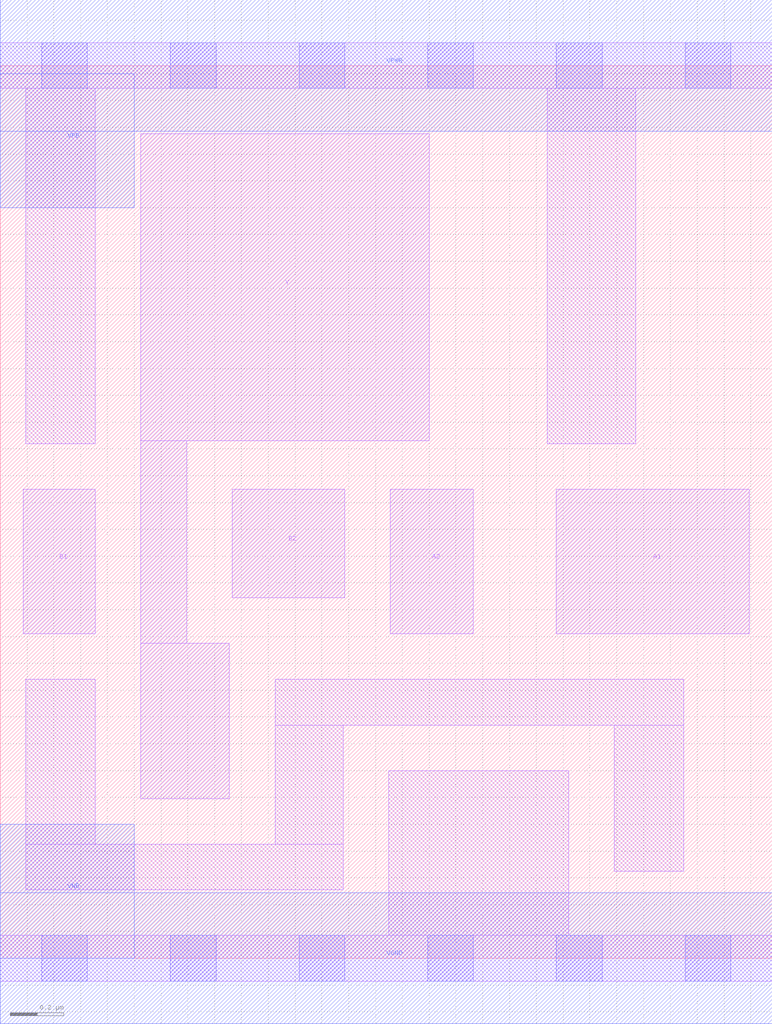
<source format=lef>
# Copyright 2020 The SkyWater PDK Authors
#
# Licensed under the Apache License, Version 2.0 (the "License");
# you may not use this file except in compliance with the License.
# You may obtain a copy of the License at
#
#     https://www.apache.org/licenses/LICENSE-2.0
#
# Unless required by applicable law or agreed to in writing, software
# distributed under the License is distributed on an "AS IS" BASIS,
# WITHOUT WARRANTIES OR CONDITIONS OF ANY KIND, either express or implied.
# See the License for the specific language governing permissions and
# limitations under the License.
#
# SPDX-License-Identifier: Apache-2.0

VERSION 5.5 ;
NAMESCASESENSITIVE ON ;
BUSBITCHARS "[]" ;
DIVIDERCHAR "/" ;
MACRO sky130_fd_sc_lp__o22ai_1
  CLASS CORE ;
  SOURCE USER ;
  ORIGIN  0.000000  0.000000 ;
  SIZE  2.880000 BY  3.330000 ;
  SYMMETRY X Y R90 ;
  SITE unit ;
  PIN A1
    ANTENNAGATEAREA  0.315000 ;
    DIRECTION INPUT ;
    USE SIGNAL ;
    PORT
      LAYER li1 ;
        RECT 2.075000 1.210000 2.795000 1.750000 ;
    END
  END A1
  PIN A2
    ANTENNAGATEAREA  0.315000 ;
    DIRECTION INPUT ;
    USE SIGNAL ;
    PORT
      LAYER li1 ;
        RECT 1.455000 1.210000 1.765000 1.750000 ;
    END
  END A2
  PIN B1
    ANTENNAGATEAREA  0.315000 ;
    DIRECTION INPUT ;
    USE SIGNAL ;
    PORT
      LAYER li1 ;
        RECT 0.085000 1.210000 0.355000 1.750000 ;
    END
  END B1
  PIN B2
    ANTENNAGATEAREA  0.315000 ;
    DIRECTION INPUT ;
    USE SIGNAL ;
    PORT
      LAYER li1 ;
        RECT 0.865000 1.345000 1.285000 1.750000 ;
    END
  END B2
  PIN Y
    ANTENNADIFFAREA  1.047900 ;
    DIRECTION OUTPUT ;
    USE SIGNAL ;
    PORT
      LAYER li1 ;
        RECT 0.525000 0.595000 0.855000 1.175000 ;
        RECT 0.525000 1.175000 0.695000 1.930000 ;
        RECT 0.525000 1.930000 1.600000 3.075000 ;
    END
  END Y
  PIN VGND
    DIRECTION INOUT ;
    USE GROUND ;
    PORT
      LAYER met1 ;
        RECT 0.000000 -0.245000 2.880000 0.245000 ;
    END
  END VGND
  PIN VNB
    DIRECTION INOUT ;
    USE GROUND ;
    PORT
    END
  END VNB
  PIN VPB
    DIRECTION INOUT ;
    USE POWER ;
    PORT
    END
  END VPB
  PIN VNB
    DIRECTION INOUT ;
    USE GROUND ;
    PORT
      LAYER met1 ;
        RECT 0.000000 0.000000 0.500000 0.500000 ;
    END
  END VNB
  PIN VPB
    DIRECTION INOUT ;
    USE POWER ;
    PORT
      LAYER met1 ;
        RECT 0.000000 2.800000 0.500000 3.300000 ;
    END
  END VPB
  PIN VPWR
    DIRECTION INOUT ;
    USE POWER ;
    PORT
      LAYER met1 ;
        RECT 0.000000 3.085000 2.880000 3.575000 ;
    END
  END VPWR
  OBS
    LAYER li1 ;
      RECT 0.000000 -0.085000 2.880000 0.085000 ;
      RECT 0.000000  3.245000 2.880000 3.415000 ;
      RECT 0.095000  0.255000 1.280000 0.425000 ;
      RECT 0.095000  0.425000 0.355000 1.040000 ;
      RECT 0.095000  1.920000 0.355000 3.245000 ;
      RECT 1.025000  0.425000 1.280000 0.870000 ;
      RECT 1.025000  0.870000 2.550000 1.040000 ;
      RECT 1.450000  0.085000 2.120000 0.700000 ;
      RECT 2.040000  1.920000 2.370000 3.245000 ;
      RECT 2.290000  0.325000 2.550000 0.870000 ;
    LAYER mcon ;
      RECT 0.155000 -0.085000 0.325000 0.085000 ;
      RECT 0.155000  3.245000 0.325000 3.415000 ;
      RECT 0.635000 -0.085000 0.805000 0.085000 ;
      RECT 0.635000  3.245000 0.805000 3.415000 ;
      RECT 1.115000 -0.085000 1.285000 0.085000 ;
      RECT 1.115000  3.245000 1.285000 3.415000 ;
      RECT 1.595000 -0.085000 1.765000 0.085000 ;
      RECT 1.595000  3.245000 1.765000 3.415000 ;
      RECT 2.075000 -0.085000 2.245000 0.085000 ;
      RECT 2.075000  3.245000 2.245000 3.415000 ;
      RECT 2.555000 -0.085000 2.725000 0.085000 ;
      RECT 2.555000  3.245000 2.725000 3.415000 ;
  END
END sky130_fd_sc_lp__o22ai_1
END LIBRARY

</source>
